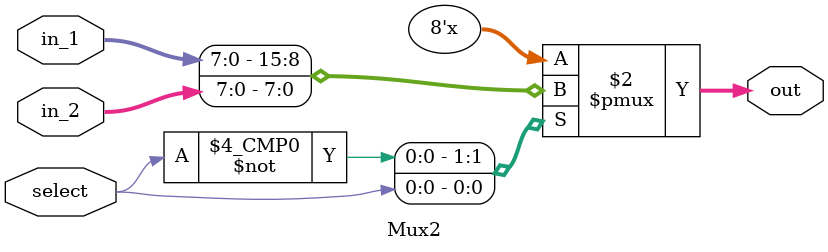
<source format=sv>
module Mux2 (
    input select,
    input [7:0] in_1,
    input [7:0] in_2,
    output reg [7:0] out
);
    always @(*) begin
        case (select)
            0: out = in_1;
            1: out = in_2;
        endcase
    end
endmodule

</source>
